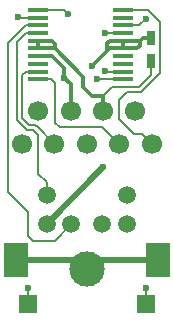
<source format=gbl>
G04 #@! TF.FileFunction,Copper,L2,Bot,Signal*
%FSLAX46Y46*%
G04 Gerber Fmt 4.6, Leading zero omitted, Abs format (unit mm)*
G04 Created by KiCad (PCBNEW 4.0.5) date 07/08/17 18:46:26*
%MOMM*%
%LPD*%
G01*
G04 APERTURE LIST*
%ADD10C,0.100000*%
%ADD11R,0.750000X1.200000*%
%ADD12C,3.000000*%
%ADD13R,2.000000X3.000000*%
%ADD14C,1.500000*%
%ADD15R,1.750000X0.450000*%
%ADD16R,1.500000X1.500000*%
%ADD17C,4.500000*%
%ADD18C,1.700000*%
%ADD19C,0.600000*%
%ADD20C,0.300000*%
%ADD21C,0.500000*%
%ADD22C,0.200000*%
G04 APERTURE END LIST*
D10*
D11*
X156400000Y-89450000D03*
X156400000Y-91350000D03*
D12*
X151000000Y-109000000D03*
D13*
X157000000Y-108200000D03*
X145000000Y-108200000D03*
D14*
X149700000Y-105200000D03*
X152300000Y-105200000D03*
X154400000Y-105200000D03*
X147600000Y-105200000D03*
X154400000Y-102700000D03*
X147600000Y-102700000D03*
D15*
X146900000Y-92925000D03*
X146900000Y-92275000D03*
X146900000Y-91625000D03*
X146900000Y-90975000D03*
X146900000Y-90325000D03*
X146900000Y-89675000D03*
X146900000Y-89025000D03*
X146900000Y-88375000D03*
X146900000Y-87725000D03*
X146900000Y-87075000D03*
X154100000Y-87075000D03*
X154100000Y-87725000D03*
X154100000Y-88375000D03*
X154100000Y-89025000D03*
X154100000Y-89675000D03*
X154100000Y-90325000D03*
X154100000Y-90975000D03*
X154100000Y-91625000D03*
X154100000Y-92275000D03*
X154100000Y-92925000D03*
D16*
X146000000Y-112000000D03*
X156000000Y-112000000D03*
D18*
X145520000Y-98420000D03*
X148260000Y-98420000D03*
X151000000Y-98420000D03*
X153740000Y-98420000D03*
X156480000Y-98420000D03*
X146890000Y-95580000D03*
X149630000Y-95580000D03*
X152370000Y-95580000D03*
X155110000Y-95580000D03*
D19*
X151400000Y-91800000D03*
X149100000Y-92800000D03*
X152400000Y-100400000D03*
X151855660Y-92944340D03*
X152500000Y-92200000D03*
X145200000Y-87700000D03*
X149400000Y-87400000D03*
X156000000Y-110600000D03*
X156000000Y-87800000D03*
X146000000Y-110600000D03*
X152500000Y-89000000D03*
D20*
X151400000Y-91800000D02*
X152700000Y-90500000D01*
X149630000Y-95580000D02*
X149630000Y-93330000D01*
X149630000Y-93330000D02*
X149100000Y-92800000D01*
X148075000Y-90975000D02*
X149100000Y-92000000D01*
X149100000Y-92000000D02*
X149100000Y-92800000D01*
X156400000Y-89450000D02*
X155725000Y-89450000D01*
X155725000Y-89450000D02*
X155500000Y-89675000D01*
X154100000Y-89675000D02*
X155500000Y-89675000D01*
X154100000Y-90325000D02*
X155275000Y-90325000D01*
X155275000Y-90325000D02*
X155500000Y-90100000D01*
X155500000Y-90100000D02*
X155500000Y-89675000D01*
X152875000Y-90325000D02*
X152700000Y-90500000D01*
X154100000Y-89675000D02*
X152925000Y-89675000D01*
X152925000Y-89675000D02*
X152700000Y-89900000D01*
X152700000Y-89900000D02*
X152700000Y-90500000D01*
X154100000Y-89675000D02*
X154100000Y-90325000D01*
X154100000Y-90325000D02*
X152875000Y-90325000D01*
X146900000Y-90975000D02*
X148075000Y-90975000D01*
D21*
X152400000Y-100400000D02*
X147600000Y-105200000D01*
X145000000Y-108200000D02*
X150200000Y-108200000D01*
X150200000Y-108200000D02*
X151000000Y-109000000D01*
X157000000Y-108200000D02*
X151800000Y-108200000D01*
X151800000Y-108200000D02*
X151000000Y-109000000D01*
D20*
X150692081Y-93592081D02*
X151477919Y-94377919D01*
X151477919Y-94377919D02*
X152370000Y-94377919D01*
X148317081Y-90325000D02*
X150692081Y-92700000D01*
X150692081Y-92700000D02*
X150692081Y-93592081D01*
D22*
X156400000Y-92600000D02*
X155400010Y-93599990D01*
X155400010Y-93599990D02*
X153147929Y-93599990D01*
X153147929Y-93599990D02*
X152370000Y-94377919D01*
X156400000Y-91350000D02*
X156400000Y-92600000D01*
D20*
X146900000Y-89675000D02*
X148075000Y-89675000D01*
X148075000Y-89675000D02*
X148317081Y-89917081D01*
X148317081Y-89917081D02*
X148317081Y-90325000D01*
X146900000Y-89675000D02*
X146900000Y-90325000D01*
X146900000Y-90325000D02*
X148317081Y-90325000D01*
X152370000Y-94377919D02*
X152370000Y-95580000D01*
D22*
X154100000Y-92925000D02*
X151875000Y-92925000D01*
X151875000Y-92925000D02*
X151855660Y-92944340D01*
X145500000Y-96200000D02*
X146100000Y-96800000D01*
X146100000Y-96800000D02*
X146640000Y-96800000D01*
X146640000Y-96800000D02*
X146840000Y-97000000D01*
X145500000Y-92600000D02*
X145500000Y-96200000D01*
X146840000Y-97000000D02*
X148260000Y-98420000D01*
X145825000Y-92275000D02*
X145500000Y-92600000D01*
X146900000Y-92275000D02*
X145825000Y-92275000D01*
X154100000Y-92275000D02*
X152575000Y-92275000D01*
X152575000Y-92275000D02*
X152500000Y-92200000D01*
X148700000Y-97000000D02*
X152320000Y-97000000D01*
X152320000Y-97000000D02*
X153740000Y-98420000D01*
X148300000Y-96600000D02*
X148700000Y-97000000D01*
X148300000Y-93250000D02*
X148300000Y-96600000D01*
X146900000Y-92925000D02*
X147975000Y-92925000D01*
X147975000Y-92925000D02*
X148300000Y-93250000D01*
X156175000Y-87075000D02*
X157200000Y-88100000D01*
X157200000Y-92400000D02*
X155600000Y-94000000D01*
X157200000Y-88100000D02*
X157200000Y-92065002D01*
X157200000Y-92065002D02*
X157200000Y-92400000D01*
X153700000Y-96300000D02*
X154970001Y-97570001D01*
X154970001Y-97570001D02*
X155630001Y-97570001D01*
X155630001Y-97570001D02*
X156480000Y-98420000D01*
X153700000Y-94700000D02*
X153700000Y-96300000D01*
X154400000Y-94000000D02*
X153700000Y-94700000D01*
X155600000Y-94000000D02*
X154400000Y-94000000D01*
X154100000Y-87075000D02*
X156175000Y-87075000D01*
X146900000Y-87725000D02*
X145225000Y-87725000D01*
X145225000Y-87725000D02*
X145200000Y-87700000D01*
X146900000Y-87075000D02*
X149075000Y-87075000D01*
X149075000Y-87075000D02*
X149400000Y-87400000D01*
X146900000Y-87075000D02*
X147550000Y-87075000D01*
X146900000Y-88375000D02*
X145825000Y-88375000D01*
X145825000Y-88375000D02*
X144300000Y-89900000D01*
X146000000Y-104200000D02*
X146000000Y-106159998D01*
X144300000Y-89900000D02*
X144300000Y-102500000D01*
X144300000Y-102500000D02*
X146000000Y-104200000D01*
X146000000Y-106159998D02*
X146440002Y-106600000D01*
X146440002Y-106600000D02*
X148300000Y-106600000D01*
X148300000Y-106600000D02*
X149700000Y-105200000D01*
X147600000Y-102700000D02*
X147600000Y-101639340D01*
X146474312Y-97200010D02*
X145934311Y-97200010D01*
X147600000Y-101639340D02*
X146900000Y-100939340D01*
X146900000Y-97625698D02*
X146474312Y-97200010D01*
X146900000Y-100939340D02*
X146900000Y-97625698D01*
X145934311Y-97200010D02*
X145099992Y-96365690D01*
X145099992Y-96365690D02*
X145099992Y-89750008D01*
X145099992Y-89750008D02*
X145825000Y-89025000D01*
X145825000Y-89025000D02*
X146900000Y-89025000D01*
X156000000Y-110600000D02*
X156000000Y-112000000D01*
X154100000Y-88375000D02*
X155425000Y-88375000D01*
X155425000Y-88375000D02*
X156000000Y-87800000D01*
X146000000Y-110600000D02*
X146000000Y-112000000D01*
X154100000Y-89025000D02*
X152525000Y-89025000D01*
X152525000Y-89025000D02*
X152500000Y-89000000D01*
M02*

</source>
